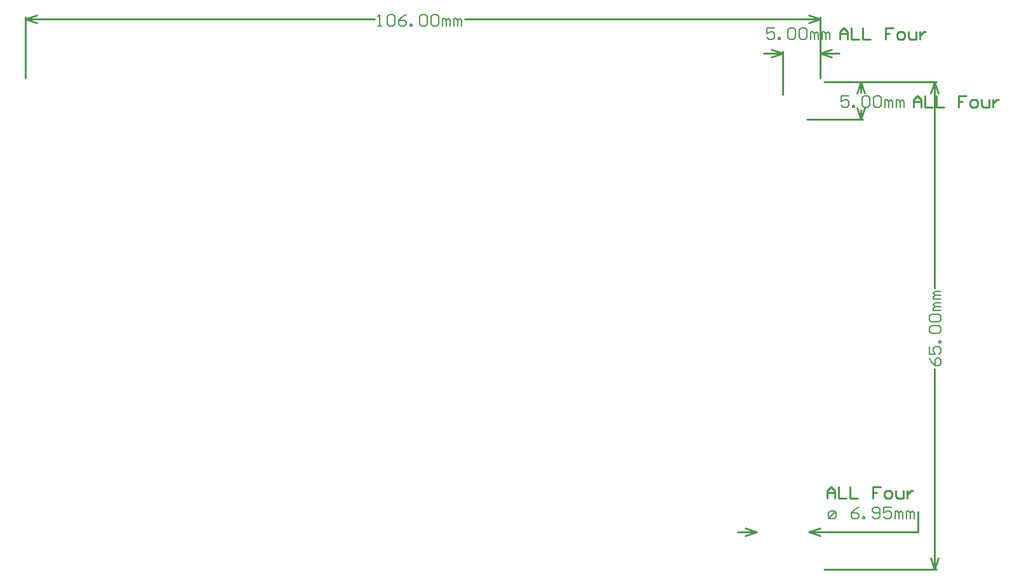
<source format=gm1>
G04*
G04 #@! TF.GenerationSoftware,Altium Limited,Altium Designer,23.1.1 (15)*
G04*
G04 Layer_Color=16711935*
%FSLAX24Y24*%
%MOIN*%
G70*
G04*
G04 #@! TF.SameCoordinates,52EA1FD8-E69D-4759-9217-C2292DA48D7E*
G04*
G04*
G04 #@! TF.FilePolarity,Positive*
G04*
G01*
G75*
%ADD11C,0.0100*%
%ADD49C,0.0060*%
D11*
X41131Y1969D02*
X41731Y2168D01*
X41131Y1969D02*
X41731Y1769D01*
X41131Y1969D02*
X46881D01*
Y3017D01*
X37796Y1769D02*
X38396Y1969D01*
X37796Y2168D02*
X38396Y1969D01*
X37396D02*
X38396D01*
X41732Y27098D02*
X42332Y27298D01*
X41732Y27098D02*
X42332Y26898D01*
X39164D02*
X39764Y27098D01*
X39164Y27298D02*
X39764Y27098D01*
X41732D02*
X42732D01*
X38764D02*
X39764D01*
Y24903D02*
Y27198D01*
X41732Y25789D02*
Y27198D01*
X43678Y24222D02*
X43878Y23622D01*
X44078Y24222D01*
X43878Y25591D02*
X44078Y24991D01*
X43678D02*
X43878Y25591D01*
Y23622D02*
Y24108D01*
Y25028D02*
Y25591D01*
X41045Y23622D02*
X43978D01*
X41931Y25591D02*
X43978D01*
X-0Y28889D02*
X600Y29089D01*
X-0Y28889D02*
X600Y28689D01*
X41132D02*
X41732Y28889D01*
X41132Y29089D02*
X41732Y28889D01*
X-0D02*
X18347D01*
X23065D02*
X41732D01*
X-0Y25789D02*
Y28989D01*
X41732Y25789D02*
Y28989D01*
X47725Y25591D02*
X47925Y24991D01*
X47525D02*
X47725Y25591D01*
X47525Y600D02*
X47725Y0D01*
X47925Y600D01*
X47725Y14745D02*
Y25591D01*
Y0D02*
Y10526D01*
X41931Y25591D02*
X47825D01*
X41931Y0D02*
X47825D01*
X42114Y3727D02*
Y4127D01*
X42314Y4327D01*
X42514Y4127D01*
Y3727D01*
Y4027D01*
X42114D01*
X42714Y4327D02*
Y3727D01*
X43114D01*
X43314Y4327D02*
Y3727D01*
X43714D01*
X44914Y4327D02*
X44514D01*
Y4027D01*
X44714D01*
X44514D01*
Y3727D01*
X45213D02*
X45413D01*
X45513Y3827D01*
Y4027D01*
X45413Y4127D01*
X45213D01*
X45113Y4027D01*
Y3827D01*
X45213Y3727D01*
X45713Y4127D02*
Y3827D01*
X45813Y3727D01*
X46113D01*
Y4127D01*
X46313D02*
Y3727D01*
Y3927D01*
X46413Y4027D01*
X46513Y4127D01*
X46613D01*
X46620Y24266D02*
Y24666D01*
X46820Y24866D01*
X47020Y24666D01*
Y24266D01*
Y24566D01*
X46620D01*
X47220Y24866D02*
Y24266D01*
X47620D01*
X47820Y24866D02*
Y24266D01*
X48220D01*
X49419Y24866D02*
X49019D01*
Y24566D01*
X49219D01*
X49019D01*
Y24266D01*
X49719D02*
X49919D01*
X50019Y24366D01*
Y24566D01*
X49919Y24666D01*
X49719D01*
X49619Y24566D01*
Y24366D01*
X49719Y24266D01*
X50219Y24666D02*
Y24366D01*
X50319Y24266D01*
X50619D01*
Y24666D01*
X50819D02*
Y24266D01*
Y24466D01*
X50919Y24566D01*
X51019Y24666D01*
X51119D01*
X42758Y27825D02*
Y28225D01*
X42958Y28425D01*
X43158Y28225D01*
Y27825D01*
Y28125D01*
X42758D01*
X43358Y28425D02*
Y27825D01*
X43758D01*
X43958Y28425D02*
Y27825D01*
X44357D01*
X45557Y28425D02*
X45157D01*
Y28125D01*
X45357D01*
X45157D01*
Y27825D01*
X45857D02*
X46057D01*
X46157Y27925D01*
Y28125D01*
X46057Y28225D01*
X45857D01*
X45757Y28125D01*
Y27925D01*
X45857Y27825D01*
X46357Y28225D02*
Y27925D01*
X46457Y27825D01*
X46757D01*
Y28225D01*
X46957D02*
Y27825D01*
Y28025D01*
X47057Y28125D01*
X47157Y28225D01*
X47256D01*
D49*
X42262Y2657D02*
X42462D01*
X42562Y2757D01*
Y2957D01*
X42462Y3057D01*
X42262D01*
X42162Y2957D01*
Y2757D01*
X42262Y2657D01*
X42162D02*
X42562Y3057D01*
X43762Y3256D02*
X43562Y3156D01*
X43362Y2957D01*
Y2757D01*
X43462Y2657D01*
X43662D01*
X43762Y2757D01*
Y2857D01*
X43662Y2957D01*
X43362D01*
X43962Y2657D02*
Y2757D01*
X44062D01*
Y2657D01*
X43962D01*
X44462Y2757D02*
X44562Y2657D01*
X44762D01*
X44862Y2757D01*
Y3156D01*
X44762Y3256D01*
X44562D01*
X44462Y3156D01*
Y3057D01*
X44562Y2957D01*
X44862D01*
X45461Y3256D02*
X45061D01*
Y2957D01*
X45261Y3057D01*
X45361D01*
X45461Y2957D01*
Y2757D01*
X45361Y2657D01*
X45161D01*
X45061Y2757D01*
X45661Y2657D02*
Y3057D01*
X45761D01*
X45861Y2957D01*
Y2657D01*
Y2957D01*
X45961Y3057D01*
X46061Y2957D01*
Y2657D01*
X46261D02*
Y3057D01*
X46361D01*
X46461Y2957D01*
Y2657D01*
Y2957D01*
X46561Y3057D01*
X46661Y2957D01*
Y2657D01*
X39338Y28418D02*
X38939D01*
Y28118D01*
X39139Y28218D01*
X39238D01*
X39338Y28118D01*
Y27918D01*
X39238Y27818D01*
X39039D01*
X38939Y27918D01*
X39538Y27818D02*
Y27918D01*
X39638D01*
Y27818D01*
X39538D01*
X40038Y28318D02*
X40138Y28418D01*
X40338D01*
X40438Y28318D01*
Y27918D01*
X40338Y27818D01*
X40138D01*
X40038Y27918D01*
Y28318D01*
X40638D02*
X40738Y28418D01*
X40938D01*
X41038Y28318D01*
Y27918D01*
X40938Y27818D01*
X40738D01*
X40638Y27918D01*
Y28318D01*
X41238Y27818D02*
Y28218D01*
X41338D01*
X41438Y28118D01*
Y27818D01*
Y28118D01*
X41538Y28218D01*
X41638Y28118D01*
Y27818D01*
X41838D02*
Y28218D01*
X41938D01*
X42038Y28118D01*
Y27818D01*
Y28118D01*
X42138Y28218D01*
X42238Y28118D01*
Y27818D01*
X43239Y24868D02*
X42840D01*
Y24568D01*
X43039Y24668D01*
X43139D01*
X43239Y24568D01*
Y24368D01*
X43139Y24268D01*
X42940D01*
X42840Y24368D01*
X43439Y24268D02*
Y24368D01*
X43539D01*
Y24268D01*
X43439D01*
X43939Y24768D02*
X44039Y24868D01*
X44239D01*
X44339Y24768D01*
Y24368D01*
X44239Y24268D01*
X44039D01*
X43939Y24368D01*
Y24768D01*
X44539D02*
X44639Y24868D01*
X44839D01*
X44939Y24768D01*
Y24368D01*
X44839Y24268D01*
X44639D01*
X44539Y24368D01*
Y24768D01*
X45139Y24268D02*
Y24668D01*
X45239D01*
X45339Y24568D01*
Y24268D01*
Y24568D01*
X45439Y24668D01*
X45539Y24568D01*
Y24268D01*
X45739D02*
Y24668D01*
X45839D01*
X45939Y24568D01*
Y24268D01*
Y24568D01*
X46039Y24668D01*
X46138Y24568D01*
Y24268D01*
X18507Y28530D02*
X18707D01*
X18607D01*
Y29129D01*
X18507Y29029D01*
X19007D02*
X19107Y29129D01*
X19307D01*
X19407Y29029D01*
Y28630D01*
X19307Y28530D01*
X19107D01*
X19007Y28630D01*
Y29029D01*
X20006Y29129D02*
X19806Y29029D01*
X19606Y28829D01*
Y28630D01*
X19706Y28530D01*
X19906D01*
X20006Y28630D01*
Y28730D01*
X19906Y28829D01*
X19606D01*
X20206Y28530D02*
Y28630D01*
X20306D01*
Y28530D01*
X20206D01*
X20706Y29029D02*
X20806Y29129D01*
X21006D01*
X21106Y29029D01*
Y28630D01*
X21006Y28530D01*
X20806D01*
X20706Y28630D01*
Y29029D01*
X21306D02*
X21406Y29129D01*
X21606D01*
X21706Y29029D01*
Y28630D01*
X21606Y28530D01*
X21406D01*
X21306Y28630D01*
Y29029D01*
X21906Y28530D02*
Y28929D01*
X22006D01*
X22106Y28829D01*
Y28530D01*
Y28829D01*
X22206Y28929D01*
X22306Y28829D01*
Y28530D01*
X22506D02*
Y28929D01*
X22606D01*
X22705Y28829D01*
Y28530D01*
Y28829D01*
X22805Y28929D01*
X22905Y28829D01*
Y28530D01*
X47485Y11086D02*
X47585Y10886D01*
X47785Y10686D01*
X47985D01*
X48085Y10786D01*
Y10986D01*
X47985Y11086D01*
X47885D01*
X47785Y10986D01*
Y10686D01*
X47485Y11686D02*
Y11286D01*
X47785D01*
X47685Y11486D01*
Y11586D01*
X47785Y11686D01*
X47985D01*
X48085Y11586D01*
Y11386D01*
X47985Y11286D01*
X48085Y11886D02*
X47985D01*
Y11985D01*
X48085D01*
Y11886D01*
X47585Y12385D02*
X47485Y12485D01*
Y12685D01*
X47585Y12785D01*
X47985D01*
X48085Y12685D01*
Y12485D01*
X47985Y12385D01*
X47585D01*
Y12985D02*
X47485Y13085D01*
Y13285D01*
X47585Y13385D01*
X47985D01*
X48085Y13285D01*
Y13085D01*
X47985Y12985D01*
X47585D01*
X48085Y13585D02*
X47685D01*
Y13685D01*
X47785Y13785D01*
X48085D01*
X47785D01*
X47685Y13885D01*
X47785Y13985D01*
X48085D01*
Y14185D02*
X47685D01*
Y14285D01*
X47785Y14385D01*
X48085D01*
X47785D01*
X47685Y14485D01*
X47785Y14585D01*
X48085D01*
M02*

</source>
